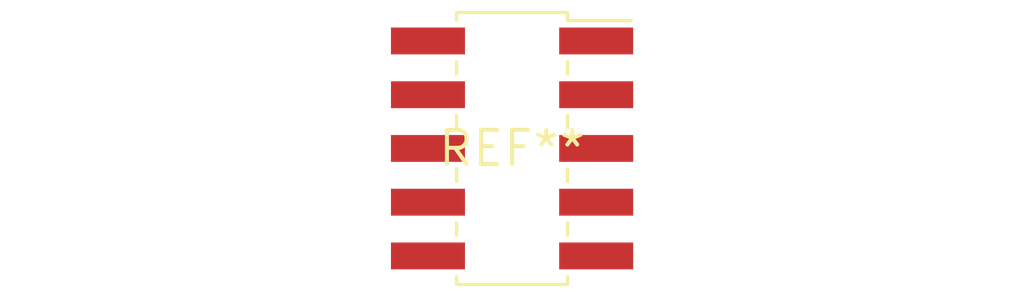
<source format=kicad_pcb>
(kicad_pcb (version 20240108) (generator pcbnew)
  (layers (0 "F.Cu" signal) (31 "B.Cu" signal) (34 "B.Paste" user) (35 "F.Paste" user) (36 "B.SilkS" user "B.Silkscreen") (37 "F.SilkS" user "F.Silkscreen") (38 "B.Mask" user) (39 "F.Mask" user) (44 "Edge.Cuts" user))
  (net 0 "")
  (footprint "PinSocket_2x05_P2.00mm_Vertical_SMD" (layer "F.Cu") (at 0 0)
    (property "Reference" "REF**")
    (property "Value" "PinSocket_2x05_P2.00mm_Vertical_SMD")
    (fp_line (start -2.06 -5.06) (end -2.06 -4.76) (layer "F.SilkS") (stroke (width 0.12)))
    (fp_line (start -2.06 -5.06) (end 2.06 -5.06) (layer "F.SilkS") (stroke (width 0.12)))
    (fp_line (start -2.06 -3.24) (end -2.06 -2.76) (layer "F.SilkS") (stroke (width 0.12)))
    (fp_line (start -2.06 -1.24) (end -2.06 -0.76) (layer "F.SilkS") (stroke (width 0.12)))
    (fp_line (start -2.06 0.76) (end -2.06 1.24) (layer "F.SilkS") (stroke (width 0.12)))
    (fp_line (start -2.06 2.76) (end -2.06 3.24) (layer "F.SilkS") (stroke (width 0.12)))
    (fp_line (start -2.06 4.76) (end -2.06 5.06) (layer "F.SilkS") (stroke (width 0.12)))
    (fp_line (start -2.06 5.06) (end 2.06 5.06) (layer "F.SilkS") (stroke (width 0.12)))
    (fp_line (start 2.06 -5.06) (end 2.06 -4.76) (layer "F.SilkS") (stroke (width 0.12)))
    (fp_line (start 2.06 -4.76) (end 4.44 -4.76) (layer "F.SilkS") (stroke (width 0.12)))
    (fp_line (start 2.06 -3.24) (end 2.06 -2.76) (layer "F.SilkS") (stroke (width 0.12)))
    (fp_line (start 2.06 -1.24) (end 2.06 -0.76) (layer "F.SilkS") (stroke (width 0.12)))
    (fp_line (start 2.06 0.76) (end 2.06 1.24) (layer "F.SilkS") (stroke (width 0.12)))
    (fp_line (start 2.06 2.76) (end 2.06 3.24) (layer "F.SilkS") (stroke (width 0.12)))
    (fp_line (start 2.06 4.76) (end 2.06 5.06) (layer "F.SilkS") (stroke (width 0.12)))
    (pad "1" smd rect (at 3.125 -4) (size 2.75 1) (layers "F.Cu" "F.Paste" "F.Mask"))
    (pad "2" smd rect (at -3.125 -4) (size 2.75 1) (layers "F.Cu" "F.Paste" "F.Mask"))
    (pad "3" smd rect (at 3.125 -2) (size 2.75 1) (layers "F.Cu" "F.Paste" "F.Mask"))
    (pad "4" smd rect (at -3.125 -2) (size 2.75 1) (layers "F.Cu" "F.Paste" "F.Mask"))
    (pad "5" smd rect (at 3.125 0) (size 2.75 1) (layers "F.Cu" "F.Paste" "F.Mask"))
    (pad "6" smd rect (at -3.125 0) (size 2.75 1) (layers "F.Cu" "F.Paste" "F.Mask"))
    (pad "7" smd rect (at 3.125 2) (size 2.75 1) (layers "F.Cu" "F.Paste" "F.Mask"))
    (pad "8" smd rect (at -3.125 2) (size 2.75 1) (layers "F.Cu" "F.Paste" "F.Mask"))
    (pad "9" smd rect (at 3.125 4) (size 2.75 1) (layers "F.Cu" "F.Paste" "F.Mask"))
    (pad "10" smd rect (at -3.125 4) (size 2.75 1) (layers "F.Cu" "F.Paste" "F.Mask"))
  )
)
</source>
